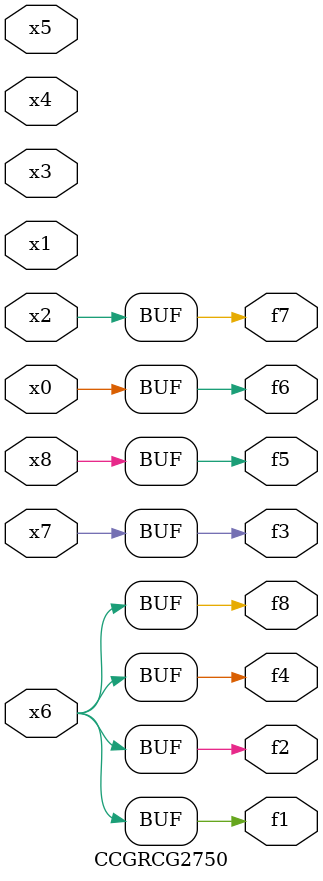
<source format=v>
module CCGRCG2750(
	input x0, x1, x2, x3, x4, x5, x6, x7, x8,
	output f1, f2, f3, f4, f5, f6, f7, f8
);
	assign f1 = x6;
	assign f2 = x6;
	assign f3 = x7;
	assign f4 = x6;
	assign f5 = x8;
	assign f6 = x0;
	assign f7 = x2;
	assign f8 = x6;
endmodule

</source>
